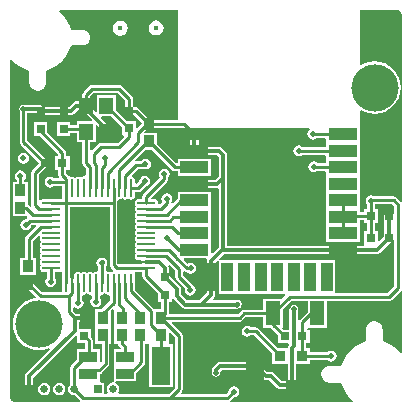
<source format=gbl>
G04*
G04 #@! TF.GenerationSoftware,Altium Limited,Altium Designer,18.1.6 (161)*
G04*
G04 Layer_Physical_Order=2*
G04 Layer_Color=16711680*
%FSTAX24Y24*%
%MOIN*%
G70*
G01*
G75*
%ADD10C,0.0098*%
%ADD15C,0.0100*%
%ADD16R,0.0295X0.0315*%
%ADD18R,0.0315X0.0295*%
%ADD19R,0.0374X0.0394*%
%ADD36C,0.0118*%
%ADD37C,0.0256*%
%ADD38R,0.0256X0.0256*%
%ADD39C,0.0167*%
%ADD40C,0.0200*%
%ADD41C,0.1575*%
%ADD42O,0.0098X0.0610*%
%ADD43O,0.0610X0.0098*%
%ADD44R,0.0394X0.0965*%
%ADD45R,0.0965X0.0394*%
%ADD46R,0.0492X0.0787*%
%ADD47R,0.0354X0.0374*%
%ADD48R,0.0630X0.1260*%
%ADD49R,0.0591X0.0354*%
%ADD50R,0.0472X0.0551*%
G36*
X009504Y014741D02*
Y011096D01*
X008568D01*
X008174Y01149D01*
X008131Y011519D01*
X008081Y011529D01*
X007986D01*
Y011791D01*
X007976Y011842D01*
X007947Y011884D01*
X007613Y012219D01*
X00757Y012247D01*
X00752Y012257D01*
X006634D01*
X006584Y012247D01*
X006541Y012219D01*
X006344Y012022D01*
X006316Y011979D01*
X006306Y011929D01*
Y011705D01*
X006093D01*
X006039Y011695D01*
X005993Y011664D01*
X005857Y011528D01*
X00497D01*
X004952Y011546D01*
X004906Y011577D01*
X004852Y011587D01*
X004341D01*
X004287Y011577D01*
X004241Y011546D01*
X004211Y011501D01*
X0042Y011447D01*
X00421Y011396D01*
Y010354D01*
X00422Y010304D01*
X004248Y010262D01*
X004865Y009646D01*
X004642Y009423D01*
X004614Y009381D01*
X004604Y009331D01*
Y008258D01*
X004613Y008212D01*
X004611Y00821D01*
X004556Y008199D01*
X004512Y008242D01*
X004508Y008245D01*
Y008415D01*
X004508Y008425D01*
Y008465D01*
X004508Y008475D01*
Y009016D01*
X004373D01*
Y009097D01*
X00441Y009153D01*
X004424Y009222D01*
X00441Y009292D01*
X004371Y009351D01*
X004312Y009391D01*
X004242Y009405D01*
X004172Y009391D01*
X004113Y009351D01*
X004074Y009292D01*
X00406Y009222D01*
X004074Y009153D01*
X004111Y009097D01*
Y009016D01*
X003976D01*
Y008475D01*
X003976Y008465D01*
Y008425D01*
X003976Y008415D01*
Y007874D01*
X004457D01*
X004472Y007824D01*
X004465Y007819D01*
X004417Y007771D01*
X004352Y007758D01*
X004292Y007719D01*
X004253Y00766D01*
X004239Y00759D01*
X004253Y00752D01*
X004292Y007461D01*
X004352Y007422D01*
X004421Y007408D01*
X004491Y007422D01*
X00455Y007461D01*
X00459Y00752D01*
X004603Y007586D01*
X004612Y007595D01*
X004756D01*
X004775Y007549D01*
X004435Y007209D01*
X004406Y007166D01*
X004396Y007116D01*
Y006476D01*
X004242D01*
Y005925D01*
X004774D01*
Y006476D01*
X004659D01*
Y007062D01*
X004823Y007226D01*
X004885Y007218D01*
X004897Y007198D01*
X004896Y007195D01*
X004889Y007186D01*
X004879Y007136D01*
X004889Y007086D01*
X004918Y007044D01*
Y007031D01*
X004889Y006989D01*
X004879Y006939D01*
X004889Y006889D01*
X004896Y00688D01*
X004915Y006841D01*
X004896Y006801D01*
X004889Y006792D01*
X004879Y006742D01*
X004889Y006692D01*
X004918Y00665D01*
Y006638D01*
X004889Y006595D01*
X004879Y006545D01*
X004889Y006495D01*
X004918Y006453D01*
Y006441D01*
X004889Y006398D01*
X004879Y006348D01*
X004889Y006298D01*
X004896Y006289D01*
X004915Y00625D01*
X004896Y006211D01*
X004889Y006202D01*
X004879Y006152D01*
X004889Y006102D01*
X004918Y006059D01*
X00496Y006031D01*
X00501Y006021D01*
X005115D01*
Y005824D01*
X005078Y005769D01*
X005064Y005699D01*
X005078Y005629D01*
X005117Y00557D01*
X005176Y00553D01*
X005246Y005517D01*
X005316Y00553D01*
X005375Y00557D01*
X005414Y005629D01*
X005428Y005699D01*
X005414Y005769D01*
X005377Y005824D01*
Y006021D01*
X005522D01*
X005572Y006031D01*
X005586Y006041D01*
X005636Y006014D01*
Y00565D01*
X005637Y005646D01*
Y005394D01*
X005639Y005387D01*
X005598Y005337D01*
X004965D01*
X0046Y005702D01*
X004558Y005731D01*
X004508Y005741D01*
X004458Y005731D01*
X004416Y005702D01*
X004387Y00566D01*
X004377Y00561D01*
X004387Y00556D01*
X004416Y005518D01*
X004747Y005187D01*
X00473Y00514D01*
X004683Y005135D01*
X004519Y005086D01*
X004369Y005005D01*
X004237Y004897D01*
X004129Y004765D01*
X004048Y004615D01*
X003999Y004451D01*
X003982Y004281D01*
X003999Y004112D01*
X004048Y003948D01*
X004129Y003798D01*
X004237Y003666D01*
X004369Y003558D01*
X004519Y003477D01*
X004683Y003428D01*
X004852Y003411D01*
X005022Y003428D01*
X005185Y003477D01*
X005187Y003478D01*
X005218Y003438D01*
X004432Y002652D01*
X004402Y002607D01*
X004391Y002553D01*
Y002116D01*
X004402Y002062D01*
X004432Y002017D01*
X004478Y001986D01*
X004532Y001976D01*
X004585Y001986D01*
X004631Y002017D01*
X004661Y002062D01*
X004672Y002116D01*
Y002495D01*
X006086Y003909D01*
X006132Y00389D01*
Y003661D01*
X006384D01*
Y003438D01*
X006132D01*
Y003112D01*
X005939Y002919D01*
X00591Y002876D01*
X0059Y002826D01*
Y002277D01*
X005882Y002265D01*
X005837Y002197D01*
X005821Y002116D01*
X005837Y002035D01*
X005882Y001967D01*
X005951Y001921D01*
X006032Y001905D01*
X006052Y00191D01*
X006234Y001728D01*
X006234Y001727D01*
X006218Y001678D01*
X004086D01*
X004086Y001678D01*
X004046Y001678D01*
X003973Y001709D01*
X003917Y001765D01*
X003886Y001838D01*
X003886Y001877D01*
X003886Y013095D01*
X003936Y013112D01*
X003953Y013091D01*
X004096Y012951D01*
X004261Y012838D01*
X004444Y012756D01*
X00454Y012727D01*
X004542Y012725D01*
Y012333D01*
X004544Y012297D01*
X004563Y012228D01*
X004599Y012166D01*
X004649Y012116D01*
X004711Y01208D01*
X00478Y012062D01*
X004852D01*
X004921Y01208D01*
X004983Y012116D01*
X005033Y012166D01*
X005069Y012228D01*
X005087Y012297D01*
X00509Y012333D01*
Y012678D01*
X005092Y012727D01*
X005165Y012748D01*
X005307Y012805D01*
X00544Y012881D01*
X005562Y012973D01*
X00567Y013081D01*
X005763Y013203D01*
X005838Y013336D01*
X005895Y013478D01*
X005917Y013551D01*
X005958Y013575D01*
X006311D01*
X00636Y01358D01*
X006452Y013618D01*
X006522Y013688D01*
X006559Y013779D01*
X006564Y013828D01*
X006559Y013878D01*
X006522Y013969D01*
X006452Y014039D01*
X00636Y014077D01*
X006311Y014082D01*
X005958D01*
X005917Y014105D01*
X005888Y014201D01*
X005806Y014384D01*
X005693Y014549D01*
X005553Y014691D01*
X005532Y014708D01*
X005549Y014758D01*
X009497D01*
X009504Y014741D01*
D02*
G37*
G36*
X016767Y014758D02*
X016767Y014758D01*
X016815Y014754D01*
X016879Y014727D01*
X016935Y014671D01*
X016966Y014598D01*
X016966Y014559D01*
X016966Y014558D01*
Y008371D01*
X016916Y008355D01*
X016914Y008359D01*
X016776Y008496D01*
X016733Y008525D01*
X016683Y008535D01*
X016024D01*
X015995Y008554D01*
X015925Y008568D01*
X015855Y008554D01*
X015796Y008515D01*
X015757Y008456D01*
X015743Y008386D01*
X015757Y008316D01*
X015794Y008261D01*
Y00811D01*
X015689D01*
Y008015D01*
X015559D01*
Y008128D01*
X015559D01*
Y008128D01*
X015559D01*
Y008629D01*
X015559Y008679D01*
X015559Y008729D01*
Y00918D01*
X015559Y00923D01*
X015559Y00928D01*
Y009732D01*
X015559Y009781D01*
X015559Y009832D01*
Y010283D01*
X015559Y010333D01*
X015559Y010383D01*
Y010884D01*
X015551D01*
Y01139D01*
X015601Y01142D01*
X01571Y011361D01*
X015874Y011312D01*
X016043Y011295D01*
X016213Y011312D01*
X016376Y011361D01*
X016527Y011442D01*
X016659Y01155D01*
X016767Y011682D01*
X016847Y011832D01*
X016897Y011996D01*
X016914Y012165D01*
X016897Y012335D01*
X016847Y012498D01*
X016767Y012649D01*
X016659Y012781D01*
X016527Y012889D01*
X016376Y012969D01*
X016213Y013019D01*
X016043Y013036D01*
X015874Y013019D01*
X01571Y012969D01*
X015601Y012911D01*
X015551Y012941D01*
Y014758D01*
X016717D01*
X016767Y014758D01*
D02*
G37*
G36*
X006316Y011416D02*
X006344Y011374D01*
X006619Y011099D01*
X006599Y011053D01*
X006122D01*
Y010929D01*
X005906D01*
Y011033D01*
X005453D01*
Y010561D01*
X005906D01*
Y010666D01*
X006122D01*
Y010344D01*
X006306D01*
Y009636D01*
X006316Y009586D01*
X006344Y009543D01*
X006424Y009463D01*
Y00924D01*
X006374Y009202D01*
X006358Y009205D01*
X006308Y009195D01*
X006299Y009189D01*
X00626Y00917D01*
X006221Y009189D01*
X006211Y009195D01*
X006161Y009205D01*
X006111Y009195D01*
X006069Y009167D01*
X006057D01*
X006014Y009195D01*
X005965Y009205D01*
X005915Y009195D01*
X005864Y009222D01*
X005861Y009227D01*
X005771Y009316D01*
Y009419D01*
X005876D01*
Y009872D01*
X005771D01*
Y01D01*
X005761Y01005D01*
X005733Y010093D01*
X005138Y010688D01*
Y011033D01*
X004685D01*
Y010561D01*
X004893D01*
X005508Y009946D01*
Y009872D01*
X005404D01*
Y009419D01*
X005508D01*
Y009262D01*
X005519Y009212D01*
X005528Y009197D01*
X005501Y009147D01*
X005352D01*
X005296Y009184D01*
X005226Y009198D01*
X005157Y009184D01*
X005098Y009145D01*
X005058Y009085D01*
X005044Y009016D01*
X005058Y008946D01*
X005098Y008887D01*
X005157Y008847D01*
X005226Y008834D01*
X005296Y008847D01*
X005352Y008884D01*
X005636D01*
Y008448D01*
X005266D01*
X005262Y008447D01*
X00501D01*
X00496Y008437D01*
X004918Y008409D01*
X004915Y008405D01*
X004865Y00842D01*
Y009277D01*
X005141Y009553D01*
X00517Y009596D01*
X00518Y009646D01*
X00517Y009696D01*
X005141Y009738D01*
X004471Y010408D01*
Y011306D01*
X004794D01*
X004812Y011288D01*
X004858Y011258D01*
X004911Y011247D01*
X005915D01*
X005969Y011258D01*
X006015Y011288D01*
X006151Y011424D01*
X006314D01*
X006316Y011416D01*
D02*
G37*
G36*
X007723Y011737D02*
Y011398D01*
X007733Y011347D01*
X007762Y011305D01*
X007804Y011276D01*
X007854Y011266D01*
X008026D01*
X008299Y010994D01*
X008127Y010822D01*
X008081Y010842D01*
Y011043D01*
X007804D01*
X007421Y011426D01*
Y011919D01*
X006791D01*
Y011363D01*
X006745Y011344D01*
X006569Y011521D01*
X006578Y011565D01*
X006568Y011611D01*
Y011875D01*
X006688Y011995D01*
X007465D01*
X007723Y011737D01*
D02*
G37*
G36*
X007628Y010848D02*
Y010571D01*
X007667D01*
X007688Y010521D01*
X007481Y010315D01*
X006912D01*
X006862Y010305D01*
X006819Y010276D01*
X006618Y010075D01*
X006568Y010096D01*
Y010344D01*
X006752D01*
Y010901D01*
X006798Y01092D01*
X006975Y010743D01*
Y010699D01*
X006985Y010649D01*
X007013Y010606D01*
X007056Y010578D01*
X007106Y010568D01*
X007157Y010578D01*
X007199Y010606D01*
X007228Y010649D01*
X007238Y010699D01*
Y010797D01*
X007228Y010847D01*
X007199Y01089D01*
X006925Y011164D01*
X006944Y011211D01*
X007265D01*
X007628Y010848D01*
D02*
G37*
G36*
X013884Y010757D02*
X013857Y010739D01*
X013818Y01068D01*
X013804Y01061D01*
X013818Y01054D01*
X013857Y010481D01*
X013916Y010442D01*
X013986Y010428D01*
X014056Y010442D01*
X014109Y010477D01*
X014402D01*
X014437Y010442D01*
X014437Y010333D01*
X014437Y010283D01*
Y010188D01*
X013639D01*
X013584Y010225D01*
X013514Y010239D01*
X013444Y010225D01*
X013385Y010186D01*
X013345Y010127D01*
X013332Y010057D01*
X013345Y009987D01*
X013385Y009928D01*
X013444Y009889D01*
X013514Y009875D01*
X013584Y009889D01*
X013639Y009926D01*
X014402D01*
X014437Y00989D01*
X014437Y009782D01*
X014437Y009732D01*
Y009637D01*
X014158D01*
X014145Y009658D01*
X014085Y009697D01*
X014016Y009711D01*
X013946Y009697D01*
X013887Y009658D01*
X013847Y009599D01*
X013834Y009529D01*
X013847Y009459D01*
X013887Y0094D01*
X013946Y009361D01*
X014016Y009347D01*
X014085Y009361D01*
X014106Y009375D01*
X014402D01*
X014437Y009339D01*
X014437Y00923D01*
X014437Y00918D01*
Y008729D01*
X014437Y008679D01*
X014437Y008629D01*
Y008178D01*
X014437Y008128D01*
X014437D01*
Y008128D01*
X014437D01*
Y007577D01*
X014437D01*
Y007577D01*
X014437D01*
Y007026D01*
X015559D01*
Y007577D01*
X015559D01*
Y007577D01*
X015559D01*
Y007753D01*
X015689D01*
Y007657D01*
X015794D01*
Y007382D01*
X015689D01*
Y006929D01*
X015662Y00689D01*
X011135D01*
Y009144D01*
Y009911D01*
X011124Y009965D01*
X011093Y010011D01*
X010948Y010156D01*
X010902Y010187D01*
X010848Y010198D01*
X010182D01*
Y010608D01*
X010171Y010662D01*
X010141Y010708D01*
X010101Y010734D01*
X010074Y010761D01*
X010093Y010807D01*
X013869D01*
X013884Y010757D01*
D02*
G37*
G36*
X009504Y010807D02*
X009657D01*
X009901Y010563D01*
Y010057D01*
X009912Y010003D01*
X009942Y009958D01*
X009988Y009927D01*
X010041Y009917D01*
X01079D01*
X010854Y009853D01*
Y009202D01*
X010747Y009095D01*
X010041D01*
X009988Y009085D01*
X009942Y009054D01*
X009912Y009008D01*
X009901Y008955D01*
X009912Y008901D01*
X009942Y008855D01*
X009988Y008825D01*
X010041Y008814D01*
X010805D01*
X010815Y008816D01*
X010854Y008784D01*
Y00684D01*
X010649Y006635D01*
X010602Y006654D01*
Y007026D01*
X010602D01*
Y007026D01*
X010602D01*
Y007577D01*
X010602D01*
Y007577D01*
X010602D01*
Y008128D01*
X010602D01*
X010602Y008178D01*
Y008679D01*
X00948D01*
Y008465D01*
X009325Y008309D01*
X009269Y008325D01*
X009262Y00835D01*
X009292Y008395D01*
X009306Y008465D01*
X009292Y008534D01*
X009253Y008593D01*
X009194Y008633D01*
X009124Y008647D01*
X009054Y008633D01*
X008995Y008593D01*
X008956Y008534D01*
X008942Y008465D01*
X008956Y008395D01*
X008984Y008353D01*
X0089Y008268D01*
X008854Y008271D01*
X008821Y008313D01*
X008821Y008317D01*
X008811Y008367D01*
X008783Y008409D01*
X008741Y008437D01*
X008691Y008447D01*
X008615D01*
X008594Y008497D01*
X00913Y009033D01*
X009159Y009076D01*
X009169Y009126D01*
Y009158D01*
X009206Y009213D01*
X00922Y009283D01*
X009206Y009353D01*
X009167Y009412D01*
X009107Y009451D01*
X009038Y009465D01*
X008968Y009451D01*
X008909Y009412D01*
X008869Y009353D01*
X008855Y009283D01*
X008869Y009213D01*
X008897Y009171D01*
X008342Y008616D01*
X008314Y008574D01*
X008304Y008524D01*
Y008447D01*
X008179D01*
X008129Y008437D01*
X008087Y008409D01*
X008059Y008367D01*
X008049Y008317D01*
X008059Y008267D01*
X008087Y008225D01*
Y008212D01*
X008059Y00817D01*
X008049Y00812D01*
X008059Y00807D01*
X008087Y008028D01*
Y008015D01*
X008059Y007973D01*
X008049Y007923D01*
X008059Y007873D01*
X008065Y007864D01*
X008084Y007825D01*
X008065Y007786D01*
X008059Y007776D01*
X008049Y007726D01*
X008059Y007676D01*
X008087Y007634D01*
Y007622D01*
X008059Y007579D01*
X008049Y00753D01*
X008059Y00748D01*
X008087Y007437D01*
Y007425D01*
X008059Y007383D01*
X008049Y007333D01*
X008059Y007283D01*
X008065Y007273D01*
X008084Y007234D01*
X008065Y007195D01*
X008059Y007186D01*
X008049Y007136D01*
X008059Y007086D01*
X008087Y007044D01*
Y007031D01*
X008059Y006989D01*
X008049Y006939D01*
X008059Y006889D01*
X008065Y00688D01*
X008084Y006841D01*
X008065Y006801D01*
X008059Y006792D01*
X008049Y006742D01*
X008059Y006692D01*
X008087Y00665D01*
Y006638D01*
X008059Y006595D01*
X008049Y006545D01*
X008059Y006495D01*
X008087Y006453D01*
X008129Y006425D01*
X008179Y006415D01*
X008258D01*
X008298Y006365D01*
X008295Y006348D01*
X008298Y006333D01*
X008258Y006283D01*
X007505D01*
X007474Y006314D01*
Y008325D01*
Y008397D01*
X007524Y008436D01*
X007539Y008433D01*
X007589Y008442D01*
X007599Y008449D01*
X007638Y008468D01*
X007677Y008449D01*
X007686Y008442D01*
X007736Y008433D01*
X007786Y008442D01*
X007795Y008449D01*
X007835Y008468D01*
X007874Y008449D01*
X007883Y008442D01*
X007933Y008433D01*
X007983Y008442D01*
X008025Y008471D01*
X008054Y008513D01*
X008064Y008563D01*
Y008688D01*
X008159D01*
X00821Y008698D01*
X008252Y008726D01*
X008382Y008855D01*
X008447Y008868D01*
X008506Y008908D01*
X008546Y008967D01*
X00856Y009037D01*
X008546Y009107D01*
X008506Y009166D01*
X008447Y009205D01*
X008377Y009219D01*
X008308Y009205D01*
X008249Y009166D01*
X008209Y009107D01*
X008196Y009041D01*
X008114Y008959D01*
X008064Y008971D01*
Y009075D01*
X008054Y009125D01*
X008025Y009167D01*
X007983Y009195D01*
X00796Y0092D01*
X007944Y009254D01*
X008145Y009455D01*
X008329D01*
X008338Y009449D01*
X008408Y009435D01*
X008477Y009449D01*
X008537Y009489D01*
X008576Y009548D01*
X00859Y009618D01*
X008576Y009687D01*
X008537Y009746D01*
X008477Y009786D01*
X008408Y0098D01*
X008338Y009786D01*
X008279Y009746D01*
X00826Y009718D01*
X008091D01*
X008083Y009716D01*
X008058Y009762D01*
X008394Y010098D01*
X008608D01*
X009198Y009508D01*
X009293Y009413D01*
X009336Y009385D01*
X009386Y009375D01*
X00948D01*
Y00923D01*
X010602D01*
Y009781D01*
X00948D01*
Y009661D01*
X00943Y009647D01*
X009384Y009694D01*
X00878Y010298D01*
Y01065D01*
X008391D01*
X008372Y010696D01*
X008509Y010833D01*
X009504D01*
Y010807D01*
D02*
G37*
G36*
X01669Y008211D02*
Y007955D01*
X016682Y007952D01*
X01664Y007947D01*
X016615Y007983D01*
X01657Y008014D01*
X016516Y008024D01*
X016462Y008014D01*
X016416Y007983D01*
X016386Y007938D01*
X016375Y007884D01*
Y007214D01*
X016208Y007046D01*
X016161Y007065D01*
Y007382D01*
X016056D01*
Y007657D01*
X016161D01*
Y00811D01*
X016056D01*
Y008261D01*
X016064Y008272D01*
X016629D01*
X01669Y008211D01*
D02*
G37*
G36*
X007211Y00626D02*
X007221Y00621D01*
X00725Y006167D01*
X007332Y006085D01*
X007315Y006031D01*
X007293Y006026D01*
X007283Y00602D01*
X007244Y006001D01*
X007205Y00602D01*
X007196Y006026D01*
X007146Y006036D01*
X00713Y006033D01*
X00708Y006071D01*
Y006194D01*
X007117Y006249D01*
X007131Y006319D01*
X007125Y006348D01*
X007129Y006368D01*
X007119Y006418D01*
X007091Y006461D01*
X007048Y006489D01*
X006998Y006499D01*
X006978Y006495D01*
X006949Y006501D01*
X006879Y006487D01*
X00682Y006448D01*
X00678Y006389D01*
X006767Y006319D01*
X00678Y006249D01*
X006818Y006194D01*
Y006071D01*
X006768Y006033D01*
X006752Y006036D01*
X006702Y006026D01*
X00666Y005998D01*
X006647D01*
X006605Y006026D01*
X006555Y006036D01*
X006505Y006026D01*
X006463Y005998D01*
X006451D01*
X006408Y006026D01*
X006358Y006036D01*
X006308Y006026D01*
X006266Y005998D01*
X006254D01*
X006211Y006026D01*
X006161Y006036D01*
X006111Y006026D01*
X006069Y005998D01*
X006041Y005955D01*
X006031Y005906D01*
Y005815D01*
X005981Y005777D01*
X005965Y00578D01*
X005949Y005777D01*
X005899Y005815D01*
Y008194D01*
X007211D01*
Y00626D01*
D02*
G37*
G36*
X010441Y006469D02*
X010459Y006424D01*
X01045Y006378D01*
Y005846D01*
Y005314D01*
X010208Y005072D01*
X009783D01*
X009589Y005265D01*
Y005463D01*
X009579Y005516D01*
X009548Y005562D01*
X009196Y005914D01*
Y006144D01*
X009185Y006198D01*
X009173Y006215D01*
X009212Y006247D01*
X009401Y006058D01*
Y005851D01*
X009411Y005801D01*
X00944Y005758D01*
X00973Y005468D01*
X009719Y005413D01*
X009733Y005344D01*
X009773Y005285D01*
X009832Y005245D01*
X009902Y005231D01*
X009971Y005245D01*
X01003Y005285D01*
X01007Y005344D01*
X010084Y005413D01*
X01007Y005483D01*
X01003Y005542D01*
X010005Y005559D01*
X009994Y005575D01*
X009664Y005906D01*
Y006013D01*
X009714Y006037D01*
X009738Y00602D01*
X009785Y006011D01*
X009842Y005973D01*
X009911Y005959D01*
X009981Y005973D01*
X01004Y006013D01*
X01008Y006072D01*
X010094Y006142D01*
X01008Y006211D01*
X01004Y006271D01*
X009981Y00631D01*
X009911Y006324D01*
X009842Y00631D01*
X00982Y006296D01*
X009688Y006428D01*
X009707Y006474D01*
X010438D01*
X010441Y006469D01*
D02*
G37*
G36*
X016682Y007087D02*
X01669Y007085D01*
Y005547D01*
X016461Y005318D01*
X014724D01*
Y006407D01*
X014173D01*
Y006407D01*
X014173D01*
Y006407D01*
X013672D01*
X013622Y006407D01*
Y006407D01*
X013622D01*
Y006407D01*
X013121D01*
X013071Y006407D01*
X013021Y006407D01*
X01257D01*
X01252Y006407D01*
X01247Y006407D01*
X012019D01*
X011969Y006407D01*
X011918Y006407D01*
X011467D01*
X011417Y006407D01*
X011367Y006407D01*
X010889D01*
X010869Y006457D01*
X011021Y00661D01*
X01611D01*
X016164Y00662D01*
X01621Y006651D01*
X016615Y007056D01*
X01664Y007093D01*
X016682Y007087D01*
D02*
G37*
G36*
X007096Y005273D02*
X007146Y005263D01*
X007161Y005266D01*
X007211Y005228D01*
Y005054D01*
X006931Y004774D01*
X006723D01*
Y004222D01*
X006723D01*
Y004183D01*
X006723D01*
Y003632D01*
X006946D01*
Y003044D01*
X00693Y003032D01*
X00688Y003057D01*
Y003438D01*
X006647D01*
Y00374D01*
X006637Y00379D01*
X006609Y003833D01*
X006585Y003857D01*
Y004134D01*
X006184D01*
Y004348D01*
X006358D01*
X006412Y004358D01*
X006458Y004389D01*
X006488Y004434D01*
X006499Y004488D01*
X006488Y004542D01*
X006458Y004588D01*
X006412Y004618D01*
X006358Y004629D01*
X006087D01*
X005984Y004732D01*
Y004828D01*
X006025Y004843D01*
X006034Y004845D01*
X006092Y004806D01*
X006161Y004792D01*
X006231Y004806D01*
X00629Y004846D01*
X00633Y004905D01*
X006344Y004974D01*
X00633Y005044D01*
X006293Y0051D01*
Y005228D01*
X006343Y005266D01*
X006358Y005263D01*
X006408Y005273D01*
X006451Y005301D01*
X006463D01*
X006505Y005273D01*
X006555Y005263D01*
X006573Y005267D01*
X006623Y005229D01*
Y005156D01*
X006586Y005101D01*
X006572Y005031D01*
X006586Y004961D01*
X006625Y004902D01*
X006684Y004862D01*
X006754Y004849D01*
X006824Y004862D01*
X006883Y004902D01*
X006922Y004961D01*
X006936Y005031D01*
X006922Y005101D01*
X006885Y005156D01*
Y005227D01*
X006935Y005266D01*
X006949Y005263D01*
X006999Y005273D01*
X007041Y005301D01*
X007053D01*
X007096Y005273D01*
D02*
G37*
G36*
X010866Y006384D02*
Y005285D01*
X011367D01*
X011417Y005285D01*
X011467Y005285D01*
X011918D01*
X011968Y005285D01*
X012019Y005285D01*
X01247D01*
X01252Y005285D01*
X01257Y005285D01*
X013051Y005285D01*
X013071Y005237D01*
X013071Y005235D01*
X012944Y005108D01*
X012333D01*
Y004767D01*
X011687D01*
X011637Y004757D01*
X011594Y004729D01*
X011495Y004629D01*
X009192D01*
X009186Y004636D01*
Y00503D01*
X009281D01*
Y005119D01*
X009331Y005134D01*
X009349Y005107D01*
X009625Y004832D01*
X009671Y004801D01*
X009724Y004791D01*
X011447D01*
X011501Y004801D01*
X011546Y004832D01*
X011576Y004861D01*
X011606Y004907D01*
X011617Y004961D01*
X011606Y005014D01*
X011576Y00506D01*
X01153Y00509D01*
X011476Y005101D01*
X011423Y00509D01*
X011394Y005072D01*
X01067D01*
X010651Y005118D01*
X01069Y005157D01*
X01072Y005202D01*
X010731Y005256D01*
Y005846D01*
Y00632D01*
X010816Y006405D01*
X010866Y006384D01*
D02*
G37*
G36*
X008304Y005886D02*
X008314Y005836D01*
X008342Y005793D01*
X008829Y005306D01*
Y00503D01*
X008924D01*
Y004774D01*
X008704D01*
X008675Y004816D01*
X008064Y005427D01*
Y00565D01*
X008064Y005654D01*
Y005906D01*
X008054Y005955D01*
X008044Y00597D01*
X00807Y00602D01*
X008304D01*
Y005886D01*
D02*
G37*
G36*
X013809Y004694D02*
X013549Y004433D01*
X013537Y004415D01*
X013487Y004431D01*
Y004706D01*
X013496Y00472D01*
X013507Y004774D01*
X013496Y004827D01*
X013465Y004873D01*
X01342Y004903D01*
X013366Y004914D01*
X013312Y004903D01*
X013267Y004873D01*
X013247Y004853D01*
X013217Y004808D01*
X013206Y004754D01*
Y004094D01*
X01301D01*
X01297Y004135D01*
X012982Y004163D01*
X012982D01*
Y004775D01*
X013263Y005056D01*
X013809D01*
Y004694D01*
D02*
G37*
G36*
X016966Y005387D02*
Y003341D01*
X016916Y003324D01*
X016899Y003345D01*
X016756Y003485D01*
X016591Y003598D01*
X016408Y00368D01*
X016312Y003709D01*
X01631Y003711D01*
Y004103D01*
X01631D01*
X016308Y004139D01*
X016289Y004208D01*
X016254Y00427D01*
X016203Y00432D01*
X016141Y004356D01*
X016072Y004374D01*
X016001Y004374D01*
X015932Y004356D01*
X01587Y00432D01*
X015819Y00427D01*
X015783Y004208D01*
X015765Y004139D01*
X015762Y004103D01*
X015762Y004103D01*
Y003711D01*
X01576Y003709D01*
X015687Y003688D01*
X015545Y003631D01*
X015411Y003555D01*
X01529Y003463D01*
X015181Y003354D01*
X015089Y003233D01*
X015013Y003099D01*
X014956Y002957D01*
X014935Y002884D01*
X014933Y002882D01*
X014541D01*
X014541Y002882D01*
X014505Y002879D01*
X014436Y002861D01*
X014374Y002825D01*
X014324Y002775D01*
X014288Y002713D01*
X01427Y002644D01*
X01427Y002572D01*
X014288Y002503D01*
X014324Y002441D01*
X014374Y002391D01*
X014436Y002355D01*
X014505Y002336D01*
X014541Y002334D01*
X014541Y002334D01*
X014886D01*
X014935Y002332D01*
X014964Y002236D01*
X015046Y002053D01*
X015159Y001888D01*
X015299Y001745D01*
X01532Y001728D01*
X015303Y001678D01*
X01125D01*
X011235Y001727D01*
X011235Y001728D01*
X011353Y001846D01*
X011418Y001859D01*
X011477Y001899D01*
X011517Y001958D01*
X011531Y002028D01*
X011517Y002097D01*
X011477Y002156D01*
X011418Y002196D01*
X011348Y00221D01*
X011279Y002196D01*
X01122Y002156D01*
X01118Y002097D01*
X011167Y002032D01*
X011087Y001952D01*
X009615D01*
X009595Y001998D01*
X009611Y002013D01*
X009639Y002056D01*
X009649Y002106D01*
Y003898D01*
X009639Y003948D01*
X009611Y00399D01*
X00928Y004321D01*
X0093Y004367D01*
X011549D01*
X0116Y004377D01*
X011642Y004405D01*
X011742Y004505D01*
X012333D01*
Y004163D01*
X01257D01*
X012815Y003919D01*
Y003642D01*
X013166D01*
X013186Y003599D01*
X013187Y003592D01*
X013158Y003548D01*
X013147Y003494D01*
X012814D01*
X012178Y004129D01*
X012136Y004158D01*
X012085Y004168D01*
X011929D01*
X011873Y004205D01*
X011804Y004219D01*
X011734Y004205D01*
X011675Y004165D01*
X011635Y004106D01*
X011621Y004037D01*
X011635Y003967D01*
X011675Y003908D01*
X011734Y003868D01*
X011804Y003854D01*
X011873Y003868D01*
X011929Y003905D01*
X012031D01*
X012638Y003299D01*
Y002963D01*
X013147D01*
Y002385D01*
X012962D01*
X012698Y002649D01*
X012652Y002679D01*
X012598Y00269D01*
X01247D01*
X012166Y002993D01*
X012121Y003024D01*
X012067Y003034D01*
X010896D01*
X010842Y003024D01*
X010796Y002993D01*
X010659Y002855D01*
X010628Y00281D01*
X010617Y002756D01*
Y002667D01*
X010628Y002614D01*
X010659Y002568D01*
X010704Y002538D01*
X010758Y002527D01*
X010812Y002538D01*
X010857Y002568D01*
X010888Y002614D01*
X010898Y002667D01*
Y002698D01*
X010954Y002753D01*
X012009D01*
X012312Y00245D01*
X012358Y002419D01*
X012411Y002409D01*
X01254D01*
X012804Y002145D01*
X01285Y002114D01*
X012904Y002104D01*
X013268D01*
X013321Y002114D01*
X013367Y002145D01*
X013387Y002164D01*
X013417Y00221D01*
X013428Y002264D01*
Y002963D01*
X013898D01*
Y003077D01*
X014471D01*
X014527Y00304D01*
X014596Y003026D01*
X014666Y00304D01*
X014725Y00308D01*
X014765Y003139D01*
X014779Y003209D01*
X014765Y003278D01*
X014725Y003338D01*
X014666Y003377D01*
X014596Y003391D01*
X014527Y003377D01*
X014471Y00334D01*
X013898D01*
Y003494D01*
X013773D01*
Y003642D01*
X013878D01*
Y004094D01*
X013809D01*
X0138Y004117D01*
X013835Y004163D01*
X014459D01*
Y005056D01*
X016516D01*
X016566Y005066D01*
X016609Y005094D01*
X016914Y005399D01*
X016916Y005403D01*
X016966Y005387D01*
D02*
G37*
G36*
X009386Y003843D02*
Y002161D01*
X009178Y001952D01*
X007517D01*
X007491Y002002D01*
X00752Y002045D01*
X007536Y002126D01*
X00752Y002207D01*
X007474Y002275D01*
X007408Y002319D01*
X007407Y002323D01*
X007425Y002369D01*
X0081D01*
Y002659D01*
X008361Y002919D01*
X008389Y002962D01*
X008399Y003012D01*
Y003632D01*
X008486D01*
X008516Y003608D01*
X008524Y003589D01*
Y002185D01*
X009311D01*
Y003602D01*
X009221D01*
X009183Y003632D01*
Y003981D01*
X009229Y004D01*
X009386Y003843D01*
D02*
G37*
G36*
X007349Y004751D02*
Y004222D01*
X007349D01*
Y004183D01*
X007349D01*
Y003632D01*
X007486D01*
X007494Y003594D01*
X007522Y003552D01*
X007586Y003488D01*
X007566Y003438D01*
X007352D01*
Y002926D01*
X007352Y002926D01*
Y002881D01*
X007352D01*
X007352Y002876D01*
Y002382D01*
X007334Y002351D01*
X007316Y002335D01*
X007244Y002321D01*
X007176Y002275D01*
X00713Y002207D01*
X007114Y002126D01*
X00713Y002045D01*
X007159Y002002D01*
X007132Y001952D01*
X007031D01*
Y002333D01*
X006915D01*
X00688Y002368D01*
Y002623D01*
X006916Y002631D01*
X006959Y002659D01*
X00717Y00287D01*
X007198Y002912D01*
X007208Y002963D01*
Y003632D01*
X007254D01*
Y004183D01*
X007254D01*
Y004222D01*
X007254D01*
Y004726D01*
X007299Y004771D01*
X007349Y004751D01*
D02*
G37*
%LPC*%
G36*
X008759Y014405D02*
X008663Y014385D01*
X008582Y014331D01*
X008528Y01425D01*
X008509Y014154D01*
X008528Y014058D01*
X008582Y013976D01*
X008663Y013922D01*
X008759Y013903D01*
X008855Y013922D01*
X008937Y013976D01*
X008991Y014058D01*
X00901Y014154D01*
X008991Y01425D01*
X008937Y014331D01*
X008855Y014385D01*
X008759Y014405D01*
D02*
G37*
G36*
X007569Y014395D02*
X007473Y014375D01*
X007391Y014321D01*
X007337Y01424D01*
X007318Y014144D01*
X007337Y014048D01*
X007391Y013966D01*
X007473Y013912D01*
X007569Y013893D01*
X007665Y013912D01*
X007746Y013966D01*
X007801Y014048D01*
X00782Y014144D01*
X007801Y01424D01*
X007746Y014321D01*
X007665Y014375D01*
X007569Y014395D01*
D02*
G37*
G36*
X004341Y009985D02*
X004271Y009972D01*
X004212Y009932D01*
X004172Y009873D01*
X004158Y009803D01*
X004172Y009733D01*
X004212Y009674D01*
X004271Y009635D01*
X004341Y009621D01*
X00441Y009635D01*
X004469Y009674D01*
X004509Y009733D01*
X004523Y009803D01*
X004509Y009873D01*
X004469Y009932D01*
X00441Y009972D01*
X004341Y009985D01*
D02*
G37*
G36*
X005531Y002327D02*
X005451Y002311D01*
X005382Y002265D01*
X005337Y002197D01*
X005321Y002116D01*
X005337Y002035D01*
X005382Y001967D01*
X005451Y001921D01*
X005531Y001905D01*
X005612Y001921D01*
X005681Y001967D01*
X005726Y002035D01*
X005742Y002116D01*
X005726Y002197D01*
X005681Y002265D01*
X005612Y002311D01*
X005531Y002327D01*
D02*
G37*
G36*
X005031D02*
X004951Y002311D01*
X004882Y002265D01*
X004837Y002197D01*
X004821Y002116D01*
X004837Y002035D01*
X004882Y001967D01*
X004951Y001921D01*
X005031Y001905D01*
X005112Y001921D01*
X005181Y001967D01*
X005226Y002035D01*
X005242Y002116D01*
X005226Y002197D01*
X005181Y002265D01*
X005112Y002311D01*
X005031Y002327D01*
D02*
G37*
%LPD*%
D10*
X004341Y010354D02*
Y011447D01*
X005856Y005204D02*
X005965Y005312D01*
X005854Y004678D02*
X006043Y004488D01*
X005854Y004678D02*
Y005207D01*
X004911D02*
X005854D01*
X004341Y010354D02*
X005049Y009646D01*
X005854Y005207D02*
X005856Y005204D01*
X005965Y005312D02*
Y00565D01*
X004508Y00561D02*
X004911Y005207D01*
X004734Y009331D02*
X005049Y009646D01*
X004734Y008258D02*
Y009331D01*
Y008258D02*
X004872Y00812D01*
X005266D01*
D15*
X004242Y009222D02*
Y009232D01*
Y00874D02*
Y009222D01*
X013642Y003228D02*
Y003868D01*
Y004341D01*
X013937Y004636D01*
X008393Y009587D02*
X008424Y009618D01*
X008091Y009587D02*
X008393D01*
X007881Y002625D02*
X008268Y003012D01*
X007726Y002625D02*
X007881D01*
X007736Y003192D02*
Y003524D01*
X007726Y003182D02*
X007736Y003192D01*
X007615Y003645D02*
X007736Y003524D01*
X007615Y003645D02*
Y003907D01*
X006032Y002826D02*
X006516Y00331D01*
X006032Y002116D02*
Y002826D01*
X006161Y004974D02*
X006161Y004975D01*
Y00565D01*
X005246Y005699D02*
Y006132D01*
X005266Y006152D01*
X008917Y004498D02*
X011549D01*
X011687Y004636D01*
X012657D01*
X009533Y005851D02*
Y006112D01*
X009099Y006545D02*
X009533Y006112D01*
X009902Y005413D02*
Y005482D01*
X009533Y005851D02*
X009902Y005482D01*
X009518Y002106D02*
Y003898D01*
X009232Y001821D02*
X009518Y002106D01*
X006032Y002116D02*
X006327Y001821D01*
X005768Y009006D02*
Y009134D01*
Y008819D02*
Y009006D01*
X005758Y009016D02*
X005768Y009006D01*
X005226Y009016D02*
X005758D01*
X004242Y00815D02*
X004419D01*
X004646Y007923D01*
X005266D01*
X016683Y008404D02*
X016821Y008266D01*
Y005492D02*
Y008266D01*
X016516Y005187D02*
X016821Y005492D01*
X013209Y005187D02*
X016516D01*
X015925Y008386D02*
X015943Y008404D01*
X016683D01*
X012657Y004636D02*
X013209Y005187D01*
X013661Y003209D02*
X014596D01*
X013642Y003228D02*
X013661Y003209D01*
X006437Y011565D02*
Y011929D01*
X006634Y012126D01*
X00752D01*
X007854Y011791D01*
Y011398D02*
Y011791D01*
Y011398D02*
X008081D01*
X008514Y010965D01*
X009685D02*
X010041Y010608D01*
X008514Y010965D02*
X009685D01*
X008435Y008524D02*
X009038Y009126D01*
X008159Y008819D02*
X008377Y009037D01*
X008435Y008317D02*
Y008524D01*
X00564Y009262D02*
Y009646D01*
Y009262D02*
X005768Y009134D01*
X004911Y010728D02*
Y010797D01*
Y010728D02*
X00564Y01D01*
Y009646D02*
Y01D01*
X011804Y004037D02*
Y004057D01*
Y004037D02*
X012085D01*
X012894Y003228D01*
X009232Y001821D02*
X011142D01*
X011348Y002028D01*
X008917Y004498D02*
X009518Y003898D01*
X006327Y001821D02*
X009232D01*
X006358Y003898D02*
X006516Y00374D01*
Y00331D02*
Y00374D01*
X008435Y005886D02*
Y006152D01*
Y005886D02*
X009055Y005266D01*
X012657Y004262D02*
X013051Y003868D01*
X012657Y004262D02*
Y004636D01*
X008917Y004498D02*
X009055Y004636D01*
Y005266D01*
X007343Y00626D02*
Y008325D01*
Y00626D02*
X007451Y006152D01*
X008435D01*
X005768Y008325D02*
Y008819D01*
Y008317D02*
Y008325D01*
Y00565D02*
Y008317D01*
Y008325D02*
X007343D01*
X005266Y008317D02*
X005768D01*
X007343Y008325D02*
Y008819D01*
X008408Y009618D02*
X008424D01*
X008501Y010391D02*
X008516Y010376D01*
X009291Y009601D01*
X008499Y010389D02*
X008501Y010391D01*
X007539Y009429D02*
X008499Y010389D01*
X009045Y009291D02*
X009054Y009283D01*
X006949Y006319D02*
X006998Y006368D01*
X006949Y00565D02*
Y006319D01*
X015925Y007884D02*
Y008386D01*
X014998Y007852D02*
Y008404D01*
Y007301D02*
Y007852D01*
X01503Y007884D01*
X015925D01*
Y007156D02*
Y007884D01*
X006754Y004982D02*
Y005031D01*
Y005648D01*
X006752Y00565D02*
X006754Y005648D01*
X006989Y004646D02*
X007343Y005D01*
X006989Y004498D02*
Y004646D01*
X007343Y005D02*
Y00565D01*
X006555Y008819D02*
Y009518D01*
X006437Y009636D02*
X006555Y009518D01*
X006437Y009636D02*
Y010699D01*
X006949Y008819D02*
Y009478D01*
X007069Y009599D01*
Y009805D01*
X007146Y009334D02*
X00815Y010338D01*
X007146Y008819D02*
Y009334D01*
X00815Y010338D02*
Y010659D01*
X006912Y010183D02*
X007536D01*
X00669Y009962D02*
X006912Y010183D01*
X00669Y009648D02*
Y009962D01*
X007536Y010183D02*
X007854Y010502D01*
X008455Y010965D02*
X008514D01*
X00815Y010659D02*
X008455Y010965D01*
X00669Y009648D02*
X006752Y009586D01*
Y008819D02*
Y009586D01*
X006437Y011467D02*
Y011565D01*
Y011467D02*
X007106Y010797D01*
Y010699D02*
Y010797D01*
Y011555D02*
X007854Y010807D01*
X005679Y010797D02*
X006339D01*
X006437Y010699D01*
X007106Y011555D02*
Y011565D01*
X007854Y010502D02*
Y010807D01*
X008242Y003907D02*
X008268Y003881D01*
Y003012D02*
Y003881D01*
X006989Y003907D02*
X007077Y003819D01*
Y002963D02*
Y003819D01*
X006866Y002752D02*
X007077Y002963D01*
X006516Y002752D02*
X006866D01*
X007539Y004921D02*
Y00565D01*
Y004921D02*
X007648Y004813D01*
X007736Y005138D02*
Y00565D01*
Y005138D02*
X008242Y004632D01*
X008917Y002894D02*
Y003907D01*
X008917Y003907D01*
X007933Y005373D02*
X008583Y004723D01*
Y004242D02*
Y004723D01*
Y004242D02*
X008917Y003907D01*
X007933Y005373D02*
Y00565D01*
X008242Y004498D02*
Y004632D01*
X007615Y004498D02*
X007648Y004531D01*
Y004813D01*
X013937Y004636D02*
X014134D01*
X004941Y00753D02*
X005266D01*
X004528Y007116D02*
X004941Y00753D01*
X004508Y006201D02*
X004528Y00622D01*
Y007116D01*
X004421Y00759D02*
X004558Y007726D01*
X005266D01*
X008435Y006545D02*
X009099D01*
X009518Y006752D02*
X010039D01*
X009124Y007146D02*
X009518Y006752D01*
X009788Y006142D02*
X009911D01*
X00943Y0065D02*
X009788Y006142D01*
X00943Y0065D02*
Y006503D01*
X009191Y006742D02*
X00943Y006503D01*
X008435Y006742D02*
X009191D01*
X010039Y006752D02*
X010041Y00675D01*
X008435Y00753D02*
X009276D01*
X009504Y007301D01*
X010041D01*
X009213Y007726D02*
X009339Y007852D01*
X008435Y007726D02*
X009213D01*
X009339Y007852D02*
X010041D01*
X009124Y008307D02*
Y008465D01*
X008937Y00812D02*
X009124Y008307D01*
X008435Y00812D02*
X008937D01*
X013514Y010057D02*
X014998D01*
X014039Y009506D02*
X014998D01*
X014016Y009529D02*
X014039Y009506D01*
X009038Y009126D02*
Y009283D01*
X007933Y008819D02*
X008159D01*
X009038Y009283D02*
X009054D01*
X009124Y007923D02*
X009604Y008404D01*
X008435Y007923D02*
X009124D01*
X009604Y008404D02*
X010041D01*
X013986Y01061D02*
X013988Y010608D01*
X014998D01*
X007736Y009232D02*
X008091Y009587D01*
X007736Y008819D02*
Y009232D01*
X007539Y008819D02*
Y009429D01*
X009386Y009506D02*
X010041D01*
X009291Y009601D02*
X009386Y009506D01*
D16*
X006358Y004488D02*
D03*
Y003898D02*
D03*
X009055Y005856D02*
D03*
Y005266D02*
D03*
X005679Y010797D02*
D03*
Y011388D02*
D03*
X004911D02*
D03*
Y010797D02*
D03*
X007854Y010807D02*
D03*
Y011398D02*
D03*
D18*
X015925Y007156D02*
D03*
X016516D02*
D03*
X015925Y007884D02*
D03*
X016516D02*
D03*
X013642Y003868D02*
D03*
X013051D02*
D03*
X005049Y009646D02*
D03*
X00564D02*
D03*
D19*
X004242Y00874D02*
D03*
Y00815D02*
D03*
X006989Y004498D02*
D03*
Y003907D02*
D03*
X007615Y004498D02*
D03*
Y003907D02*
D03*
X008242Y004498D02*
D03*
Y003907D02*
D03*
X008917Y004498D02*
D03*
Y003907D02*
D03*
X004508Y00561D02*
D03*
Y006201D02*
D03*
X008514Y010965D02*
D03*
Y010374D02*
D03*
D36*
X013346Y003553D02*
Y004754D01*
X013287Y003494D02*
X013346Y003553D01*
Y004754D02*
X013366Y004774D01*
X004852Y011447D02*
X004911Y011388D01*
X004341Y011447D02*
X004852D01*
X006043Y004065D02*
Y004488D01*
X004532Y002553D02*
X006043Y004065D01*
X004532Y002116D02*
Y002553D01*
X006043Y004488D02*
X006358D01*
X009724Y004931D02*
X010266D01*
X011447D01*
X011476Y004961D01*
X010994Y009144D02*
Y009911D01*
X011024Y00675D02*
X014998D01*
X010963D02*
X011024D01*
X010994Y00678D02*
Y009144D01*
Y00678D02*
X011024Y00675D01*
X010591Y005846D02*
Y006378D01*
X010963Y00675D01*
X013287Y002264D02*
Y003494D01*
X013268Y002244D02*
X013287Y002264D01*
X010758Y002667D02*
Y002756D01*
X010896Y002894D01*
X012904Y002244D02*
X013268D01*
X012598Y002549D02*
X012904Y002244D01*
X012411Y002549D02*
X012598D01*
X012067Y002894D02*
X012411Y002549D01*
X010041Y010057D02*
Y010608D01*
Y010057D02*
X010848D01*
X010994Y009911D01*
X010805Y008955D02*
X010994Y009144D01*
X010041Y008955D02*
X010805D01*
X006093Y011565D02*
X006437D01*
X005915Y011388D02*
X006093Y011565D01*
X005679Y011388D02*
X005915D01*
X004911D02*
X005679D01*
X010896Y002894D02*
X012067D01*
X009055Y005856D02*
X009449Y005463D01*
X010591Y005256D02*
Y005846D01*
X010266Y004931D02*
X010591Y005256D01*
X009449Y005207D02*
X009724Y004931D01*
X009449Y005207D02*
Y005463D01*
X009055Y005856D02*
Y006144D01*
X008851Y006348D02*
X009055Y006144D01*
X008435Y006348D02*
X008851D01*
X016516Y007156D02*
Y007884D01*
X01611Y00675D02*
X016516Y007156D01*
X014998Y00675D02*
X01611D01*
D37*
X007825Y002126D02*
D03*
X007325D02*
D03*
X006032Y002116D02*
D03*
X005531D02*
D03*
X005031D02*
D03*
D38*
X006825Y002126D02*
D03*
X004532Y002116D02*
D03*
D39*
X007569Y014144D02*
D03*
X008759Y014154D02*
D03*
D40*
X004242Y009222D02*
D03*
X004341Y011447D02*
D03*
X006161Y004974D02*
D03*
X005246Y005699D02*
D03*
X011447Y004931D02*
D03*
X009902Y005413D02*
D03*
X013366Y004774D02*
D03*
X010758Y002667D02*
D03*
X005226Y009016D02*
D03*
X004341Y009803D02*
D03*
X014596Y003209D02*
D03*
X008377Y009037D02*
D03*
X011804Y004037D02*
D03*
X011348Y002028D02*
D03*
X006949Y006319D02*
D03*
X015925Y008386D02*
D03*
X006754Y005031D02*
D03*
X007069Y009805D02*
D03*
X004421Y00759D02*
D03*
X009911Y006142D02*
D03*
X009124Y007146D02*
D03*
Y008465D02*
D03*
X013514Y010057D02*
D03*
X014016Y009529D02*
D03*
X009038Y009283D02*
D03*
X008408Y009618D02*
D03*
X013986Y01061D02*
D03*
D41*
X004852Y004281D02*
D03*
X016043Y012165D02*
D03*
D42*
X005768Y008819D02*
D03*
X005965D02*
D03*
X006161D02*
D03*
X006358D02*
D03*
X006555D02*
D03*
X006752D02*
D03*
X006949D02*
D03*
X007146D02*
D03*
X007343D02*
D03*
X007539D02*
D03*
X007736D02*
D03*
X007933D02*
D03*
Y00565D02*
D03*
X007736D02*
D03*
X007539D02*
D03*
X007343D02*
D03*
X007146D02*
D03*
X006949D02*
D03*
X006752D02*
D03*
X006555D02*
D03*
X006358D02*
D03*
X006161D02*
D03*
X005965D02*
D03*
X005768D02*
D03*
D43*
X008435Y008317D02*
D03*
Y00812D02*
D03*
Y007923D02*
D03*
Y007726D02*
D03*
Y00753D02*
D03*
Y007333D02*
D03*
Y007136D02*
D03*
Y006939D02*
D03*
Y006742D02*
D03*
Y006545D02*
D03*
Y006348D02*
D03*
Y006152D02*
D03*
X005266D02*
D03*
Y006348D02*
D03*
Y006545D02*
D03*
Y006742D02*
D03*
Y006939D02*
D03*
Y007136D02*
D03*
Y007333D02*
D03*
Y00753D02*
D03*
Y007726D02*
D03*
Y007923D02*
D03*
Y00812D02*
D03*
Y008317D02*
D03*
D44*
X014449Y005846D02*
D03*
X013898D02*
D03*
X013346D02*
D03*
X012795D02*
D03*
X012244D02*
D03*
X011693D02*
D03*
X011142D02*
D03*
X010591D02*
D03*
D45*
X010041Y010608D02*
D03*
Y010057D02*
D03*
Y009506D02*
D03*
Y008955D02*
D03*
Y008404D02*
D03*
Y007852D02*
D03*
Y007301D02*
D03*
Y00675D02*
D03*
X014998D02*
D03*
Y007301D02*
D03*
Y007852D02*
D03*
Y008404D02*
D03*
Y008955D02*
D03*
Y009506D02*
D03*
Y010057D02*
D03*
Y010608D02*
D03*
D46*
X014134Y004636D02*
D03*
X012657D02*
D03*
D47*
X012894Y003228D02*
D03*
X013268Y002244D02*
D03*
X013642Y003228D02*
D03*
D48*
X012067Y002894D02*
D03*
X008917D02*
D03*
D49*
X007726Y003182D02*
D03*
Y002625D02*
D03*
X006506Y003182D02*
D03*
Y002624D02*
D03*
D50*
X007106Y011565D02*
D03*
X006437D02*
D03*
Y010699D02*
D03*
X007106D02*
D03*
M02*

</source>
